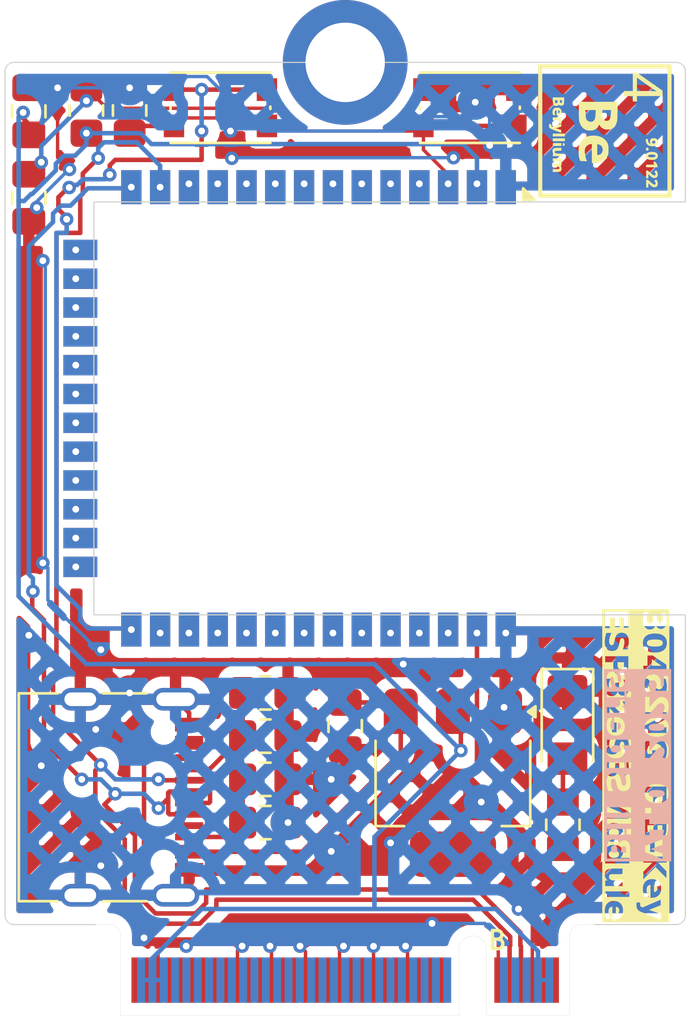
<source format=kicad_pcb>
(kicad_pcb (version 20241229) (generator "pcbnew") (generator_version "9.0")
  (title_block (title "3042 NGFF ESP32-S3 Module") (date "2025-03-16"))
  (layers (0 "F.Cu" signal) (2 "B.Cu" signal) (13 "F.Paste" user) (15 "B.Paste" user) (5 "F.SilkS" user "F.Silkscreen") (7 "B.SilkS" user "B.Silkscreen") (1 "F.Mask" user) (3 "B.Mask" user) (25 "Edge.Cuts" user))
  (net 0 "")
  (net 12 "D+")
  (net 13 "3V3")
  (net 17 "GND")
  (net 51 "D-")
  (net 54 "unconnected-(U1-IO47-Pad24)")
  (net 55 "Net-(D1-A)")
  (net 56 "unconnected-(U1-IO3-Pad15)")
  (net 57 "unconnected-(U1-IO21-Pad23)")
  (net 58 "unconnected-(U1-IO41-Pad34)")
  (net 59 "TX")
  (net 60 "unconnected-(U1-IO36-Pad29)")
  (net 61 "unconnected-(U1-IO16-Pad9)")
  (net 62 "unconnected-(U1-IO17-Pad10)")
  (net 63 "RX")
  (net 64 "unconnected-(U1-IO11-Pad19)")
  (net 65 "unconnected-(U1-IO42-Pad35)")
  (net 66 "unconnected-(U1-IO12-Pad20)")
  (net 67 "unconnected-(U1-IO14-Pad22)")
  (net 68 "unconnected-(U1-IO4-Pad4)")
  (net 69 "unconnected-(U1-IO48-Pad25)")
  (net 70 "unconnected-(U1-IO39-Pad32)")
  (net 71 "unconnected-(U1-IO35-Pad28)")
  (net 72 "unconnected-(U1-IO46-Pad16)")
  (net 73 "unconnected-(U1-IO9-Pad17)")
  (net 74 "unconnected-(U1-IO18-Pad11)")
  (net 75 "unconnected-(U1-IO7-Pad7)")
  (net 76 "unconnected-(U1-IO15-Pad8)")
  (net 77 "unconnected-(U1-IO10-Pad18)")
  (net 78 "unconnected-(U1-IO8-Pad12)")
  (net 79 "unconnected-(U1-IO45-Pad26)")
  (net 80 "unconnected-(U1-IO5-Pad5)")
  (net 81 "unconnected-(U1-IO37-Pad30)")
  (net 82 "unconnected-(U1-IO2-Pad38)")
  (net 83 "unconnected-(U1-IO6-Pad6)")
  (net 84 "unconnected-(U1-IO40-Pad33)")
  (net 85 "unconnected-(U1-IO13-Pad21)")
  (net 86 "unconnected-(U1-IO38-Pad31)")
  (net 87 "5V0")
  (net 88 "RST")
  (net 89 "Net-(J3-CC2)")
  (net 91 "Net-(J3-CC1)")
  (net 93 "Net-(R6-Pad2)")
  (net 94 "IO0")
  (net 95 "IO1")
  (footprint "LED_SMD:LED_1206_3216Metric_Pad1.42x1.75mm_HandSolder" (layer "F.Cu") (at 51.22 53.55 -90)
    (property "Reference" "D1" (hide yes))
    (property "Value" "LED" (hide yes))
  )
  (footprint "m2ngff:m2-padKeyB" (layer "F.Cu") (at 41.42 66.35)
    (property "Reference" "J1" (hide yes))
    (property "Value" "Bus_M.2_Socket_B" (hide yes))
    (fp_line (start -11 -4) (end -10.4 -4) (stroke (width 0.01)) (layer "Edge.Cuts"))
    (fp_line (start -9.9 0) (end -9.9 -3.5) (stroke (width 0.01)) (layer "Edge.Cuts"))
    (fp_line (start -9.9 0) (end 5.025 0) (stroke (width 0.01)) (layer "Edge.Cuts"))
    (fp_line (start 5.025 0) (end 5.025 -2.9) (stroke (width 0.01)) (layer "Edge.Cuts"))
    (fp_line (start 6.225 0) (end 6.225 -2.9) (stroke (width 0.01)) (layer "Edge.Cuts"))
    (fp_line (start 9.9 0) (end 6.225 0) (stroke (width 0.01)) (layer "Edge.Cuts"))
    (fp_line (start 9.9 0) (end 9.9 -3.5) (stroke (width 0.01)) (layer "Edge.Cuts"))
    (fp_line (start 11 -4) (end 10.4 -4) (stroke (width 0.01)) (layer "Edge.Cuts"))
    (fp_arc (start -10.4 -4) (mid -10.046447 -3.853553) (end -9.9 -3.5) (stroke (width 0.01)) (layer "Edge.Cuts"))
    (fp_arc (start 5.025 -2.9) (mid 5.625 -3.5) (end 6.225 -2.9) (stroke (width 0.01)) (layer "Edge.Cuts"))
    (fp_arc (start 9.9 -3.5) (mid 10.046447 -3.853553) (end 10.4 -4) (stroke (width 0.01)) (layer "Edge.Cuts"))
  )
  (footprint "RF_Module:ESP32-S3-WROOM-1" (layer "F.Cu") (at 43.24 39.6 -90)
    (property "Reference" "U1" (hide yes))
    (property "Value" "ESP32-S3-WROOM-1" (hide yes))
    (fp_line (start -9.1 12.9) (end 9.1 12.9) (stroke (width 0.05)) (layer "Edge.Cuts"))
    (fp_line (start 9.1 12.9) (end 9.1 -6.8) (stroke (width 0.05)) (layer "Edge.Cuts"))
    (fp_line (start -9.1 -6.6) (end -9.1 12.9) (stroke (width 0.05)) (layer "Edge.Cuts"))
    (fp_line (start -9.1 -6.6) (end -9.1 -6.8) (stroke (width 0.05)) (layer "Edge.Cuts"))
    (fp_line (start -9.1 -6.8) (end -9.1 -12.9) (stroke (width 0.05)) (layer "Edge.Cuts"))
    (fp_line (start 9.1 -12.9) (end 9.1 -6.8) (stroke (width 0.05)) (layer "Edge.Cuts"))
  )
  (footprint "Connector_USB:USB_C_Receptacle_G-Switch_GT-USB-7010ASV" (layer "F.Cu") (at 30.815 56.74 -90)
    (property "Reference" "J3" (hide yes))
    (property "Value" "USB_C_Receptacle_USB2.0" (hide yes))
  )
  (footprint "Resistor_SMD:R_0805_2012Metric_Pad1.20x1.40mm_HandSolder" (layer "F.Cu") (at 37.9 57.855)
    (property "Reference" "R3" (hide yes))
    (property "Value" "10k" (hide yes))
  )
  (footprint "Capacitor_SMD:C_0805_2012Metric_Pad1.18x1.45mm_HandSolder" (layer "F.Cu") (at 27.47 30.3175 -90)
    (property "Reference" "C3" (hide yes))
    (property "Value" "100nF" (hide yes))
  )
  (footprint "Resistor_SMD:R_0805_2012Metric_Pad1.20x1.40mm_HandSolder" (layer "F.Cu") (at 30.01 26.47 -90)
    (property "Reference" "R5" (hide yes))
    (property "Value" "100k" (hide yes))
  )
  (footprint "Resistor_SMD:R_0805_2012Metric_Pad1.20x1.40mm_HandSolder" (layer "F.Cu") (at 51.02 57.95 -90)
    (property "Reference" "R7" (hide yes))
    (property "Value" "470" (hide yes))
  )
  (footprint "Button_Switch_SMD:SW_Push_1P1T_NO_CK_KMR2" (layer "F.Cu") (at 35.92 26.35)
    (property "Reference" "SW2" (hide yes))
    (property "Value" "SW_Push" (hide yes))
  )
  (footprint "Capacitor_SMD:C_0805_2012Metric_Pad1.18x1.45mm_HandSolder" (layer "F.Cu") (at 41.42 53.6 -90)
    (property "Reference" "C1" (hide yes))
    (property "Value" "10uF" (hide yes))
  )
  (footprint "Resistor_SMD:R_0805_2012Metric_Pad1.20x1.40mm_HandSolder" (layer "F.Cu") (at 37.9 55.95)
    (property "Reference" "R4" (hide yes))
    (property "Value" "10k" (hide yes))
  )
  (footprint "m2ngff:m2-outer2230" (layer "F.Cu") (at 41.42 54.35)
    (property "Reference" "H1" (hide yes))
    (property "Value" "MountingHole" (hide yes))
  )
  (footprint "Capacitor_SMD:C_0805_2012Metric_Pad1.18x1.45mm_HandSolder" (layer "F.Cu") (at 27.47 26.5075 90)
    (property "Reference" "C2" (hide yes))
    (property "Value" "10uF" (hide yes))
  )
  (footprint "Resistor_SMD:R_0805_2012Metric_Pad1.20x1.40mm_HandSolder" (layer "F.Cu") (at 31.915 26.47 -90)
    (property "Reference" "R6" (hide yes))
    (property "Value" "470" (hide yes))
  )
  (footprint "Resistor_SMD:R_0805_2012Metric_Pad1.20x1.40mm_HandSolder" (layer "F.Cu") (at 37.9 54.045)
    (property "Reference" "R1" (hide yes))
    (property "Value" "10k" (hide yes))
  )
  (footprint "Resistor_SMD:R_0805_2012Metric_Pad1.20x1.40mm_HandSolder" (layer "F.Cu") (at 37.9 52.14)
    (property "Reference" "R2" (hide yes))
    (property "Value" "10k" (hide yes))
  )
  (footprint "Button_Switch_SMD:SW_Push_1P1T_NO_CK_KMR2" (layer "F.Cu") (at 46.92 26.35)
    (property "Reference" "SW1" (hide yes))
    (property "Value" "SW_Push" (hide yes))
  )
  (footprint "Package_TO_SOT_SMD:SOT-223" (layer "F.Cu") (at 46.17 56.1 -90)
    (property "Reference" "U2" (hide yes))
    (property "Value" "AMS1117" (hide yes))
  )
  (footprint "beryllium:beryllium_7" (layer "F.Cu") (at 52.87 27.375 -90)
    (property "Reference" "G***" (hide yes))
    (property "Value" "LOGO" (hide yes))
  )
  (gr_line (start 26.82 24.35) (end 30.42 24.35) (stroke (width 0.05)) (layer "Edge.Cuts"))
  (gr_line (start 30.42 62.35) (end 26.82 62.35) (stroke (width 0.05)) (layer "Edge.Cuts"))
  (gr_arc (start 56.42 61.95) (mid 56.302843 62.232843) (end 56.02 62.35) (stroke (width 0.05)) (layer "Edge.Cuts"))
  (gr_arc (start 56.02 24.35) (mid 56.302843 24.467157) (end 56.42 24.75) (stroke (width 0.05)) (layer "Edge.Cuts"))
  (gr_line (start 52.42 24.35) (end 30.42 24.35) (stroke (width 0.05)) (layer "Edge.Cuts"))
  (gr_line (start 56.02 24.35) (end 52.42 24.35) (stroke (width 0.05)) (layer "Edge.Cuts"))
  (gr_arc (start 26.42 24.75) (mid 26.537157 24.467157) (end 26.82 24.35) (stroke (width 0.05)) (layer "Edge.Cuts"))
  (gr_line (start 56.42 61.95) (end 56.42 48.7) (stroke (width 0.05)) (layer "Edge.Cuts"))
  (gr_line (start 52.42 62.35) (end 56.02 62.35) (stroke (width 0.05)) (layer "Edge.Cuts"))
  (gr_line (start 26.42 61.95) (end 26.42 24.75) (stroke (width 0.05)) (layer "Edge.Cuts"))
  (gr_line (start 56.42 24.75) (end 56.42 30.5) (stroke (width 0.05)) (layer "Edge.Cuts"))
  (gr_arc (start 26.82 62.35) (mid 26.537157 62.232843) (end 26.42 61.95) (stroke (width 0.05)) (layer "Edge.Cuts"))
  (gr_line (start 56.14 30.5) (end 56.42 30.5) (stroke (width 0.05)) (layer "Edge.Cuts"))
  (gr_line (start 56.14 48.7) (end 56.42 48.7) (stroke (width 0.05)) (layer "Edge.Cuts"))
  (gr_text "3042 NGFF B-Key\nESP32-S3 Module" (at 54.14 55.315 270) (layer "F.SilkS" knockout) (effects (font (size 1 1) (thickness 0.1))))
  (gr_text "v1.0  2025\nBill Sideris" (at 54.22 55.35 270) (layer "B.SilkS" knockout) (effects (font (size 1 1) (thickness 0.1)) (justify mirror)))
  (segment (start 47.248198 60.805) (end 35.291 60.805) (width 0.2) (layer "F.Cu") (net 12))
  (segment (start 27.621 48.415) (end 28.138 48.932) (width 0.2) (layer "F.Cu") (net 12))
  (segment (start 27.652265 47.663735) (end 27.621 47.695) (width 0.2) (layer "F.Cu") (net 12))
  (segment (start 49.145 62.701802) (end 47.248198 60.805) (width 0.2) (layer "F.Cu") (net 12))
  (segment (start 49.145 63.274999) (end 49.145 62.701802) (width 0.2) (layer "F.Cu") (net 12))
  (segment (start 35.291 61.391785) (end 34.821785 61.861) (width 0.2) (layer "F.Cu") (net 12))
  (segment (start 31.28 56.585) (end 30.804099 57.060901) (width 0.2) (layer "F.Cu") (net 12))
  (segment (start 49.17 64.8) (end 49.17 63.299999) (width 0.2) (layer "F.Cu") (net 12))
  (segment (start 33.619 56.539) (end 33.619 56.786) (width 0.2) (layer "F.Cu") (net 12))
  (segment (start 28.138 48.932) (end 28.138 54.284901) (width 0.2) (layer "F.Cu") (net 12))
  (segment (start 33.668 57.49) (end 34.54 57.49) (width 0.2) (layer "F.Cu") (net 12))
  (segment (start 32.149 58.405802) (end 30.804099 57.060901) (width 0.2) (layer "F.Cu") (net 12))
  (segment (start 28.138 54.284901) (end 29.803099 55.95) (width 0.2) (layer "F.Cu") (net 12))
  (segment (start 27.621 47.695) (end 27.621 48.415) (width 0.2) (layer "F.Cu") (net 12))
  (segment (start 33.619 57.441) (end 33.668 57.49) (width 0.2) (layer "F.Cu") (net 12))
  (segment (start 34.54 56.49) (end 33.668 56.49) (width 0.2) (layer "F.Cu") (net 12))
  (segment (start 33.619 56.539) (end 33.619 57.441) (width 0.2) (layer "F.Cu") (net 12))
  (segment (start 33.619 56.786) (end 33.185 57.22) (width 0.2) (layer "F.Cu") (net 12))
  (segment (start 32.149 60.951785) (end 32.149 58.405802) (width 0.2) (layer "F.Cu") (net 12))
  (segment (start 33.668 56.49) (end 33.619 56.539) (width 0.2) (layer "F.Cu") (net 12))
  (segment (start 35.291 60.805) (end 35.291 61.391785) (width 0.2) (layer "F.Cu") (net 12))
  (segment (start 34.821785 61.861) (end 33.058215 61.861) (width 0.2) (layer "F.Cu") (net 12))
  (segment (start 49.17 63.299999) (end 49.145 63.274999) (width 0.2) (layer "F.Cu") (net 12))
  (segment (start 33.058215 61.861) (end 32.149 60.951785) (width 0.2) (layer "F.Cu") (net 12))
  (via (at 33.185 57.22) (size 0.6) (drill 0.3) (layers "F.Cu" "B.Cu") (net 12))
  (via (at 27.652265 47.663735) (size 0.6) (drill 0.3) (layers "F.Cu" "B.Cu") (net 12))
  (via (at 31.28 56.585) (size 0.6) (drill 0.3) (layers "F.Cu" "B.Cu") (net 12))
  (via (at 31.99 29.85) (size 0.6) (drill 0.3) (layers "F.Cu" "B.Cu") (net 12))
  (via (at 29.803099 55.95) (size 0.6) (drill 0.3) (layers "F.Cu" "B.Cu") (net 12))
  (segment (start 27.652265 47.091265) (end 27.47 46.909) (width 0.2) (layer "B.Cu") (net 12))
  (segment (start 29.308942 30.663001) (end 30.072943 29.899) (width 0.2) (layer "B.Cu") (net 12))
  (segment (start 27.47 46.909) (end 27.47 32.455) (width 0.2) (layer "B.Cu") (net 12))
  (segment (start 28.538 31.387) (end 28.538 31.015058) (width 0.2) (layer "B.Cu") (net 12))
  (segment (start 31.941 29.899) (end 31.99 29.85) (width 0.2) (layer "B.Cu") (net 12))
  (segment (start 27.47 32.455) (end 28.538 31.387) (width 0.2) (layer "B.Cu") (net 12))
  (segment (start 30.645 55.95) (end 31.28 56.585) (width 0.2) (layer "B.Cu") (net 12))
  (segment (start 27.652265 47.663735) (end 27.652265 47.091265) (width 0.2) (layer "B.Cu") (net 12))
  (segment (start 32.55 56.585) (end 31.28 56.585) (width 0.2) (layer "B.Cu") (net 12))
  (segment (start 28.538 31.015058) (end 28.890057 30.663001) (width 0.2) (layer "B.Cu") (net 12))
  (segment (start 30.072943 29.899) (end 31.941 29.899) (width 0.2) (layer "B.Cu") (net 12))
  (segment (start 33.185 57.22) (end 32.55 56.585) (width 0.2) (layer "B.Cu") (net 12))
  (segment (start 29.803099 55.95) (end 30.645 55.95) (width 0.2) (layer "B.Cu") (net 12))
  (segment (start 28.890057 30.663001) (end 29.308942 30.663001) (width 0.2) (layer "B.Cu") (net 12))
  (segment (start 46.52 53.300001) (end 46.17 52.950001) (width 0.2) (layer "F.Cu") (net 13))
  (segment (start 47.23 29.7) (end 47.23 29.85) (width 0.2) (layer "F.Cu") (net 13))
  (segment (start 46.52 54.68) (end 46.52 53.300001) (width 0.2) (layer "F.Cu") (net 13))
  (segment (start 27.22 26.5575) (end 27.22 26.816098) (width 0.2) (layer "F.Cu") (net 13))
  (segment (start 27.47 27.066098) (end 27.47 27.545) (width 0.2) (layer "F.Cu") (net 13))
  (segment (start 27.22 26.816098) (end 27.47 27.066098) (width 0.2) (layer "F.Cu") (net 13))
  (via (at 30.01 27.47) (size 0.6) (drill 0.3) (layers "F.Cu" "B.Cu") (net 13))
  (via (at 27.22 26.5575) (size 0.6) (drill 0.3) (layers "F.Cu" "B.Cu") (net 13))
  (via (at 46.52 54.68) (size 0.6) (drill 0.3) (layers "F.Cu" "B.Cu") (net 13))
  (via (at 47.23 29.7) (size 0.6) (drill 0.3) (layers "F.Cu" "B.Cu") (net 13))
  (segment (start 34.815057 27.95) (end 32.8771 27.95) (width 0.2) (layer "B.Cu") (net 13))
  (segment (start 46.62 27.95) (end 36.634943 27.95) (width 0.2) (layer "B.Cu") (net 13))
  (segment (start 32.8771 27.95) (end 32.3971 27.47) (width 0.2) (layer "B.Cu") (net 13))
  (segment (start 47.23 29.7) (end 47.23 28.56) (width 0.2) (layer "B.Cu") (net 13))
  (segment (start 49.92 64.8) (end 50.42 64.8) (width 0.2) (layer "B.Cu") (net 13))
  (segment (start 47.23 29.7) (end 47.23 29.85) (width 0.2) (layer "B.Cu") (net 13))
  (segment (start 27.622112 30.149) (end 27.664256 30.106856) (width 0.2) (layer "B.Cu") (net 13))
  (segment (start 36.111057 27.976) (end 36.085057 27.95) (width 0.2) (layer "B.Cu") (net 13))
  (segment (start 32.92 64.8) (end 32.42 64.8) (width 0.2) (layer "B.Cu") (net 13))
  (segment (start 28.661548 29.109564) (end 28.661548 28.817039) (width 0.2) (layer "B.Cu") (net 13))
  (segment (start 36.608943 27.976) (end 36.111057 27.976) (width 0.2) (layer "B.Cu") (net 13))
  (segment (start 36.085057 27.95) (end 35.364943 27.95) (width 0.2) (layer "B.Cu") (net 13))
  (segment (start 27.021 30.459) (end 27.261057 30.459) (width 0.2) (layer "B.Cu") (net 13))
  (segment (start 29.013605 28.464982) (end 29.505018 28.464982) (width 0.2) (layer "B.Cu") (net 13))
  (segment (start 47.23 28.56) (end 46.62 27.95) (width 0.2) (layer "B.Cu") (net 13))
  (segment (start 35.09 61.665) (end 32.92 63.835) (width 0.2) (layer "B.Cu") (net 13))
  (segment (start 27.021 26.7565) (end 27.021 30.459) (width 0.2) (layer "B.Cu") (net 13))
  (segment (start 27.021 30.459) (end 27.021 47.881) (width 0.2) (layer "B.Cu") (net 13))
  (segment (start 49.92 63.523) (end 48.062 61.665) (width 0.2) (layer "B.Cu") (net 13))
  (segment (start 36.634943 27.95) (end 36.608943 27.976) (width 0.2) (layer "B.Cu") (net 13))
  (segment (start 34.841057 27.976) (end 34.815057 27.95) (width 0.2) (layer "B.Cu") (net 13))
  (segment (start 27.261057 30.459) (end 27.571057 30.149) (width 0.2) (layer "B.Cu") (net 13))
  (segment (start 27.021 47.881) (end 30.01 50.87) (width 0.2) (layer "B.Cu") (net 13))
  (segment (start 42.71 61.665) (end 35.09 61.665) (width 0.2) (layer "B.Cu") (net 13))
  (segment (start 35.338943 27.976) (end 34.841057 27.976) (width 0.2) (layer "B.Cu") (net 13))
  (segment (start 42.71 58.49) (end 46.52 54.68) (width 0.2) (layer "B.Cu") (net 13))
  (segment (start 48.062 61.665) (end 42.71 61.665) (width 0.2) (layer "B.Cu") (net 13))
  (segment (start 32.3971 27.47) (end 30.01 27.47) (width 0.2) (layer "B.Cu") (net 13))
  (segment (start 49.92 64.8) (end 49.92 63.523) (width 0.2) (layer "B.Cu") (net 13))
  (segment (start 27.22 26.5575) (end 27.021 26.7565) (width 0.2) (layer "B.Cu") (net 13))
  (segment (start 27.664256 30.106856) (end 28.661548 29.109564) (width 0.2) (layer "B.Cu") (net 13))
  (segment (start 30.01 50.87) (end 42.71 50.87) (width 0.2) (layer "B.Cu") (net 13))
  (segment (start 29.505018 28.464982) (end 30.01 27.96) (width 0.2) (layer "B.Cu") (net 13))
  (segment (start 35.364943 27.95) (end 35.338943 27.976) (width 0.2) (layer "B.Cu") (net 13))
  (segment (start 42.71 61.665) (end 42.71 58.49) (width 0.2) (layer "B.Cu") (net 13))
  (segment (start 32.92 63.835) (end 32.92 64.8) (width 0.2) (layer "B.Cu") (net 13))
  (segment (start 32.92 64.8) (end 33.42 64.8) (width 0.2) (layer "B.Cu") (net 13))
  (segment (start 28.661548 28.817039) (end 29.013605 28.464982) (width 0.2) (layer "B.Cu") (net 13))
  (segment (start 27.571057 30.149) (end 27.622112 30.149) (width 0.2) (layer "B.Cu") (net 13))
  (segment (start 42.71 50.87) (end 46.52 54.68) (width 0.2) (layer "B.Cu") (net 13))
  (segment (start 30.01 27.96) (end 30.01 27.47) (width 0.2) (layer "B.Cu") (net 13))
  (segment (start 44.95 25.47) (end 44.87 25.55) (width 0.15) (layer "F.Cu") (net 17))
  (segment (start 39.67 63.54108) (end 39.428918 63.299998) (width 0.15) (layer "F.Cu") (net 17))
  (segment (start 38.17 63.365244) (end 38.104852 63.300096) (width 0.15) (layer "F.Cu") (net 17))
  (segment (start 41.17 63.475784) (end 41.345786 63.299998) (width 0.15) (layer "F.Cu") (net 17))
  (segment (start 47.79 28.01) (end 46.735735 28.01) (width 0.15) (layer "F.Cu") (net 17))
  (segment (start 33.17 64.8) (end 32.67 64.8) (width 0.15) (layer "F.Cu") (net 17))
  (segment (start 46.735735 28.01) (end 46.195735 28.55) (width 0.15) (layer "F.Cu") (net 17))
  (segment (start 34.54 59.94) (end 34.54 60.46) (width 0.2) (layer "F.Cu") (net 17))
  (segment (start 50.17 64.8) (end 49.67 64.8) (width 0.15) (layer "F.Cu") (net 17))
  (segment (start 44.17 64.8) (end 44.17 63.386233) (width 0.15) (layer "F.Cu") (net 17))
  (segment (start 34.54 60.46) (end 33.94 61.06) (width 0.2) (layer "F.Cu") (net 17))
  (segment (start 27.47 32.471001) (end 28.088999 33.09) (width 0.15) (layer "F.Cu") (net 17))
  (segment (start 41.17 64.8) (end 41.17 63.475784) (width 0.15) (layer "F.Cu") (net 17))
  (segment (start 48.17 64.8) (end 48.17 62.9) (width 0.15) (layer "F.Cu") (net 17))
  (segment (start 44.17 63.386233) (end 44.083765 63.299998) (width 0.15) (layer "F.Cu") (net 17))
  (segment (start 33.17 64.8) (end 33.17 63.573) (width 0.15) (layer "F.Cu") (net 17))
  (segment (start 28.74 25.47) (end 28.74 28.543434) (width 0.15) (layer "F.Cu") (net 17))
  (segment (start 36.67 64.8) (end 36.67 63.507031) (width 0.15) (layer "F.Cu") (net 17))
  (segment (start 48.47 52.82) (end 48.425 52.775) (width 0.15) (layer "F.Cu") (net 17))
  (segment (start 27.47 25.47) (end 28.74 25.47) (width 0.15) (layer "F.Cu") (net 17))
  (segment (start 34.54 53.54) (end 34.54 53.02) (width 0.2) (layer "F.Cu") (net 17))
  (segment (start 33.94 52.42) (end 32.195 52.42) (width 0.2) (layer "F.Cu") (net 17))
  (segment (start 32.195 52.42) (end 31.915 52.14) (width 0.2) (layer "F.Cu") (net 17))
  (segment (start 33.17 63.573) (end 33.443002 63.299998) (width 0.15) (layer "F.Cu") (net 17))
  (segment (start 47.57 62.3) (end 45.25 62.3) (width 0.15) (layer "F.Cu") (net 17))
  (segment (start 48.47 52.95) (end 48.47 52.82) (width 0.15) (layer "F.Cu") (net 17))
  (segment (start 39.67 64.8) (end 39.67 63.54108) (width 0.15) (layer "F.Cu") (net 17))
  (segment (start 36.42 27.435) (end 36.36 27.375) (width 0.15) (layer "F.Cu") (net 17))
  (segment (start 27.82 30.75) (end 27.82 30.533119) (width 0.15) (layer "F.Cu") (net 17))
  (segment (start 49.67 64.8) (end 49.67 62.275) (width 0.15) (layer "F.Cu") (net 17))
  (segment (start 36.67 63.507031) (end 36.877033 63.299998) (width 0.15) (layer "F.Cu") (net 17))
  (segment (start 27.47 31.355) (end 27.47 32.471001) (width 0.15) (layer "F.Cu") (net 17))
  (segment (start 28.74 28.543434) (end 29.262548 29.065982) (width 0.15) (layer "F.Cu") (net 17))
  (segment (start 27.47 31.355) (end 27.47 31.1) (width 0.15) (layer "F.Cu") (net 17))
  (segment (start 48.17 62.9) (end 47.57 62.3) (width 0.15) (layer "F.Cu") (net 17))
  (segment (start 42.67 63.305835) (end 42.669789 63.305624) (width 0.15) (layer "F.Cu") (net 17))
  (segment (start 38.17 64.8) (end 38.17 63.365244) (width 0.15) (layer "F.Cu") (net 17))
  (segment (start 36.42 28.576) (end 36.42 27.435) (width 0.15) (layer "F.Cu") (net 17))
  (segment (start 27.47 31.1) (end 27.82 30.75) (width 0.15) (layer "F.Cu") (net 17))
  (segment (start 42.67 64.8) (end 42.67 63.305835) (width 0.15) (layer "F.Cu") (net 17))
  (segment (start 49.67 62.275) (end 49.06 61.665) (width 0.15) (layer "F.Cu") (net 17))
  (segment (start 34.54 53.02) (end 33.94 52.42) (width 0.2) (layer "F.Cu") (net 17))
  (segment (start 44.17 64.8) (end 44.121 64.751) (width 0.15) (layer "F.Cu") (net 17))
  (segment (start 33.443002 63.299998) (end 34.409329 63.299998) (width 0.15) (layer "F.Cu") (net 17))
  (via (at 36.877033 63.299998) (size 0.6) (drill 0.3) (layers "F.Cu" "B.Cu") (net 17))
  (via (at 28.02 55.35) (size 0.6) (drill 0.3) (layers "F.Cu" "B.Cu") (net 17))
  (via (at 44.083765 63.299998) (size 0.6) (drill 0.3) (layers "F.Cu" "B.Cu") (net 17))
  (via (at 47.79 28.01) (size 0.6) (drill 0.3) (layers "F.Cu" "B.Cu") (net 17))
  (via (at 43.98 50.87) (size 0.6) (drill 0.3) (layers "F.Cu" "B.Cu") (net 17))
  (via (at 47.42 56.95) (size 0.6) (drill 0.3) (layers "F.Cu" "B.Cu") (net 17))
  (via (at 30.645 59.76) (size 0.6) (drill 0.3) (layers "F.Cu" "B.Cu") (net 17))
  (via (at 28.74 25.47) (size 0.6) (drill 0.3) (layers "F.Cu" "B.Cu") (net 17))
  (via (at 29.262548 29.065982) (size 0.6) (drill 0.3) (layers "F.Cu" "B.Cu") (net 17))
  (via (at 48.5 49.5) (size 0.6) (drill 0.3) (layers "F.Cu" "B.Cu") (net 17))
  (via (at 27.82 30.75) (size 0.6) (drill 0.3) (layers "F.Cu" "B.Cu") (net 17))
  (via (at 36.36 27.375) (size 0.6) (drill 0.3) (layers "F.Cu" "B.Cu") (net 17))
  (via (at 38.9 57.855) (size 0.6) (drill 0.3) (layers "F.Cu" "B.Cu") (net 17))
  (via (at 28.088999 33.09) (size 0.6) (drill 0.3) (layers "F.Cu" "B.Cu") (net 17))
  (via (at 30.645 50.235) (size 0.6) (drill 0.3) (layers "F.Cu" "B.Cu") (net 17))
  (via (at 31.915 25.47) (size 0.6) (drill 0.3) (layers "F.Cu" "B.Cu") (net 17))
  (via (at 28.089 46.411173) (size 0.6) (drill 0.3) (layers "F.Cu" "B.Cu") (net 17))
  (via (at 34.409329 63.299998) (size 0.6) (drill 0.3) (layers "F.Cu" "B.Cu") (net 17))
  (via (at 47.155 26.105) (size 0.6) (drill 0.3) (layers "F.Cu" "B.Cu") (net 17))
  (via (at 46.195735 28.55) (size 0.6) (drill 0.3) (layers "F.Cu" "B.Cu") (net 17))
  (via (at 45.25 62.3) (size 0.6) (drill 0.3) (layers "F.Cu" "B.Cu") (net 17))
  (via (at 38.104852 63.300096) (size 0.6) (drill 0.3) (layers "F.Cu" "B.Cu") (net 17))
  (via (at 39.428918 63.299998) (size 0.6) (drill 0.3) (layers "F.Cu" "B.Cu") (net 17))
  (via (at 32.55 62.935) (size 0.6) (drill 0.3) (layers "F.Cu" "B.Cu") (net 17))
  (via (at 40.805 55.95) (size 0.6) (drill 0.3) (layers "F.Cu" "B.Cu") (net 17))
  (via (at 36.42 28.576) (size 0.6) (drill 0.3) (layers "F.Cu" "B.Cu") (net 17))
  (via (at 42.669789 63.305624) (size 0.6) (drill 0.3) (layers "F.Cu" "B.Cu") (net 17))
  (via (at 31.915 52.14) (size 0.6) (drill 0.3) (layers "F.Cu" "B.Cu") (net 17))
  (via (at 43.42 58.75) (size 0.6) (drill 0.3) (layers "F.Cu" "B.Cu") (net 17))
  (via (at 48.425 52.775) (size 0.6) (drill 0.3) (layers "F.Cu" "B.Cu") (net 17))
  (via (at 40.805 59.125) (size 0.6) (drill 0.3) (layers "F.Cu" "B.Cu") (net 17))
  (via (at 49.06 61.665) (size 0.6) (drill 0.3) (layers "F.Cu" "B.Cu") (net 17))
  (via (at 41.345786 63.299998) (size 0.6) (drill 0.3) (layers "F.Cu" "B.Cu") (net 17))
  (via (at 30.42 53.75) (size 0.6) (drill 0.3) (layers "F.Cu" "B.Cu") (net 17))
  (via (at 27.47 49.6) (size 0.6) (drill 0.3) (layers "F.Cu" "B.Cu") (net 17))
  (segment (start 48.5 29.85) (end 48.5 28.72) (width 0.15) (layer "B.Cu") (net 17))
  (segment (start 31.915 25.47) (end 32.411 24.974) (width 0.15) (layer "B.Cu") (net 17))
  (segment (start 27.82 30.75) (end 27.82 30.482856) (width 0.15) (layer "B.Cu") (net 17))
  (segment (start 28.313 48.054686) (end 30.493314 50.235) (width 0.15) (layer "B.Cu") (net 17))
  (segment (start 47.573899 62.3) (end 47.821427 62.547528) (width 0.15) (layer "B.Cu") (net 17))
  (segment (start 47.79 28.01) (end 47.79 26.74) (width 0.15) (layer "B.Cu") (net 17))
  (segment (start 28.089 46.411173) (end 28.313 46.635173) (width 0.15) (layer "B.Cu") (net 17))
  (segment (start 28.088999 33.09) (end 28.197 33.198001) (width 0.15) (layer "B.Cu") (net 17))
  (segment (start 46.195735 28.55) (end 36.446 28.55) (width 0.15) (layer "B.Cu") (net 17))
  (segment (start 44.615 26.74) (end 46.52 26.74) (width 0.15) (layer "B.Cu") (net 17))
  (segment (start 28.313 46.635173) (end 28.313 48.054686) (width 0.15) (layer "B.Cu") (net 17))
  (segment (start 28.74 25.47) (end 31.915 25.47) (width 0.15) (layer "B.Cu") (net 17))
  (segment (start 36.446 28.55) (end 36.42 28.576) (width 0.15) (layer "B.Cu") (net 17))
  (segment (start 46.52 26.74) (end 47.155 26.105) (width 0.15) (layer "B.Cu") (net 17))
  (segment (start 45.25 62.3) (end 47.573899 62.3) (width 0.15) (layer "B.Cu") (net 17))
  (segment (start 48.5 28.72) (end 47.79 28.01) (width 0.15) (layer "B.Cu") (net 17))
  (segment (start 35.328588 24.974) (end 37.730588 27.376) (width 0.15) (layer "B.Cu") (net 17))
  (segment (start 30.493314 50.235) (end 30.645 50.235) (width 0.15) (layer "B.Cu") (net 17))
  (segment (start 28.197 46.303173) (end 28.089 46.411173) (width 0.15) (layer "B.Cu") (net 17))
  (segment (start 32.411 24.974) (end 35.328588 24.974) (width 0.15) (layer "B.Cu") (net 17))
  (segment (start 33.94 61.06) (end 29.74 61.06) (width 0.15) (layer "B.Cu") (net 17))
  (segment (start 29.236874 29.065982) (end 29.262548 29.065982) (width 0.15) (layer "B.Cu") (net 17))
  (segment (start 37.730588 27.376) (end 43.979 27.376) (width 0.15) (layer "B.Cu") (net 17))
  (segment (start 27.82 30.482856) (end 29.236874 29.065982) (width 0.15) (layer "B.Cu") (net 17))
  (segment (start 43.979 27.376) (end 44.615 26.74) (width 0.15) (layer "B.Cu") (net 17))
  (segment (start 28.197 33.198001) (end 28.197 46.303173) (width 0.15) (layer "B.Cu") (net 17))
  (segment (start 47.79 26.74) (end 47.155 26.105) (width 0.15) (layer "B.Cu") (net 17))
  (segment (start 34.54 55.99) (end 35.412 55.99) (width 0.2) (layer "F.Cu") (net 51))
  (segment (start 28.689 51.407495) (end 28.539 51.557495) (width 0.2) (layer "F.Cu") (net 51))
  (segment (start 28.539 53.209) (end 30.645 55.315) (width 0.2) (layer "F.Cu") (net 51))
  (segment (start 30.403099 55.556901) (end 30.403099 57.296297) (width 0.2) (layer "F.Cu") (net 51))
  (segment (start 28.689 43.294) (end 28.688999 43.526) (width 0.2) (layer "F.Cu") (net 51))
  (segment (start 29.851538 30.13852) (end 29.739 30.251058) (width 0.2) (layer "F.Cu") (net 51))
  (segment (start 30.530653 28.567876) (end 29.851538 29.246991) (width 0.2) (layer "F.Cu") (net 51))
  (segment (start 35.412 56.99) (end 34.54 56.99) (width 0.2) (layer "F.Cu") (net 51))
  (segment (start 35.74098 61.578173) (end 35.74098 61.255) (width 0.2) (layer "F.Cu") (net 51))
  (segment (start 34.54 55.99) (end 33.225 55.99) (width 0.2) (layer "F.Cu") (net 51))
  (segment (start 35.461 56.039) (end 35.461 56.941) (width 0.2) (layer "F.Cu") (net 51))
  (segment (start 28.689 43.526) (end 28.689 51.407495) (width 0.2) (layer "F.Cu") (net 51))
  (segment (start 35.412 55.99) (end 35.461 56.039) (width 0.2) (layer "F.Cu") (net 51))
  (segment (start 28.689 31.864001) (end 28.688999 37.176) (width 0.2) (layer "F.Cu") (net 51))
  (segment (start 30.403099 57.296297) (end 31.69902 58.592218) (width 0.2) (layer "F.Cu") (net 51))
  (segment (start 29.739 31.864001) (end 28.689 31.864001) (width 0.2) (layer "F.Cu") (net 51))
  (segment (start 48.67 63.299999) (end 48.67 64.8) (width 0.2) (layer "F.Cu") (net 51))
  (segment (start 30.645 55.315) (end 30.403099 55.556901) (width 0.2) (layer "F.Cu") (net 51))
  (segment (start 47.061802 61.255) (end 48.695 62.888198) (width 0.2) (layer "F.Cu") (net 51))
  (segment (start 29.851538 29.246991) (end 29.851538 30.13852) (width 0.2) (layer "F.Cu") (net 51))
  (segment (start 28.539 51.557495) (end 28.539 53.209) (width 0.2) (layer "F.Cu") (net 51))
  (segment (start 48.695 62.888198) (end 48.695 63.274999) (width 0.2) (layer "F.Cu") (net 51))
  (segment (start 35.008173 62.31098) (end 35.74098 61.578173) (width 0.2) (layer "F.Cu") (net 51))
  (segment (start 28.689 39.716) (end 28.688999 42.024) (width 0.2) (layer "F.Cu") (net 51))
  (segment (start 35.74098 61.255) (end 47.061802 61.255) (width 0.2) (layer "F.Cu") (net 51))
  (segment (start 29.739 30.251058) (end 29.739 31.864001) (width 0.2) (layer "F.Cu") (net 51))
  (segment (start 28.688999 37.176) (end 28.689 39.716) (width 0.2) (layer "F.Cu") (net 51))
  (segment (start 31.69902 61.138173) (end 32.871827 62.31098) (width 0.2) (layer "F.Cu") (net 51))
  (segment (start 48.695 63.274999) (end 48.67 63.299999) (width 0.2) (layer "F.Cu") (net 51))
  (segment (start 33.225 55.99) (end 33.185 55.95) (width 0.2) (layer "F.Cu") (net 51))
  (segment (start 31.69902 58.592218) (end 31.69902 61.138173) (width 0.2) (layer "F.Cu") (net 51))
  (segment (start 35.461 56.941) (end 35.412 56.99) (width 0.2) (layer "F.Cu") (net 51))
  (segment (start 32.871827 62.31098) (end 35.008173 62.31098) (width 0.2) (layer "F.Cu") (net 51))
  (segment (start 28.688999 42.024) (end 28.689 43.294) (width 0.2) (layer "F.Cu") (net 51))
  (segment (start 28.688999 43.526) (end 28.689 43.526) (width 0.2) (layer "F.Cu") (net 51))
  (via (at 33.185 55.95) (size 0.6) (drill 0.3) (layers "F.Cu" "B.Cu") (net 51))
  (via (at 33.26 29.85) (size 0.6) (drill 0.3) (layers "F.Cu" "B.Cu") (net 51))
  (via (at 30.645 55.315) (size 0.6) (drill 0.3) (layers "F.Cu" "B.Cu") (net 51))
  (via (at 30.530653 28.567876) (size 0.6) (drill 0.3) (layers "F.Cu" "B.Cu") (net 51))
  (segment (start 33.26 28.9) (end 33.26 29.85) (width 0.2) (layer "B.Cu") (net 51))
  (segment (start 30.530653 28.567876) (end 30.530653 28.124347) (width 0.2) (layer "B.Cu") (net 51))
  (segment (start 30.784 27.871) (end 32.231 27.871) (width 0.2) (layer "B.Cu") (net 51))
  (segment (start 31.28 55.95) (end 30.645 55.315) (width 0.2) (layer "B.Cu") (net 51))
  (segment (start 30.530653 28.124347) (end 30.784 27.871) (width 0.2) (layer "B.Cu") (net 51))
  (segment (start 33.185 55.95) (end 31.28 55.95) (width 0.2) (layer "B.Cu") (net 51))
  (segment (start 32.231 27.871) (end 33.26 28.9) (width 0.2) (layer "B.Cu") (net 51))
  (segment (start 29.74 44.045) (end 29.54 44.045) (width 0.15) (layer "F.Cu") (net 54))
  (via (at 29.54 44.045) (size 0.6) (drill 0.3) (layers "F.Cu" "B.Cu") (net 54))
  (segment (start 51.02 55.2375) (end 51.22 55.0375) (width 0.2) (layer "F.Cu") (net 55))
  (segment (start 51.02 56.95) (end 51.02 55.2375) (width 0.2) (layer "F.Cu") (net 55))
  (segment (start 29.74 32.615001) (end 29.54 32.615001) (width 0.15) (layer "F.Cu") (net 56))
  (via (at 29.54 32.615001) (size 0.6) (drill 0.3) (layers "F.Cu" "B.Cu") (net 56))
  (segment (start 29.739999 42.775) (end 29.54 42.775) (width 0.15) (layer "F.Cu") (net 57))
  (via (at 29.54 42.775) (size 0.6) (drill 0.3) (layers "F.Cu" "B.Cu") (net 57))
  (segment (start 40.88 49.35) (end 40.88 49.5) (width 0.15) (layer "F.Cu") (net 58))
  (via (at 40.88 49.5) (size 0.6) (drill 0.3) (layers "F.Cu" "B.Cu") (net 58))
  (segment (start 44.69 49.35) (end 44.69 49.5) (width 0.15) (layer "F.Cu") (net 59))
  (via (at 44.69 49.5) (size 0.6) (drill 0.3) (layers "F.Cu" "B.Cu") (net 59))
  (segment (start 34.53 49.35) (end 34.53 49.5) (width 0.15) (layer "F.Cu") (net 60))
  (via (at 34.53 49.5) (size 0.6) (drill 0.3) (layers "F.Cu" "B.Cu") (net 60))
  (segment (start 38.34 29.85) (end 38.34 29.7) (width 0.15) (layer "F.Cu") (net 61))
  (via (at 38.34 29.7) (size 0.6) (drill 0.3) (layers "F.Cu" "B.Cu") (net 61))
  (segment (start 37.07 29.85) (end 37.07 29.7) (width 0.15) (layer "F.Cu") (net 62))
  (via (at 37.07 29.7) (size 0.6) (drill 0.3) (layers "F.Cu" "B.Cu") (net 62))
  (segment (start 43.42 49.35) (end 43.42 49.5) (width 0.15) (layer "F.Cu") (net 63))
  (via (at 43.42 49.5) (size 0.6) (drill 0.3) (layers "F.Cu" "B.Cu") (net 63))
  (segment (start 29.74 37.695) (end 29.54 37.695) (width 0.15) (layer "F.Cu") (net 64))
  (via (at 29.54 37.695) (size 0.6) (drill 0.3) (layers "F.Cu" "B.Cu") (net 64))
  (segment (start 42.15 49.350001) (end 42.15 49.5) (width 0.15) (layer "F.Cu") (net 65))
  (via (at 42.15 49.5) (size 0.6) (drill 0.3) (layers "F.Cu" "B.Cu") (net 65))
  (segment (start 29.74 38.965) (end 29.54 38.965) (width 0.15) (layer "F.Cu") (net 66))
  (via (at 29.54 38.965) (size 0.6) (drill 0.3) (layers "F.Cu" "B.Cu") (net 66))
  (segment (start 29.74 41.505) (end 29.54 41.505) (width 0.15) (layer "F.Cu") (net 67))
  (via (at 29.54 41.505) (size 0.6) (drill 0.3) (layers "F.Cu" "B.Cu") (net 67))
  (segment (start 44.69 29.85) (end 44.69 29.7) (width 0.15) (layer "F.Cu") (net 68))
  (via (at 44.69 29.7) (size 0.6) (drill 0.3) (layers "F.Cu" "B.Cu") (net 68))
  (segment (start 29.74 45.315) (end 29.54 45.315) (width 0.15) (layer "F.Cu") (net 69))
  (via (at 29.54 45.315) (size 0.6) (drill 0.3) (layers "F.Cu" "B.Cu") (net 69))
  (segment (start 38.34 49.35) (end 38.34 49.5) (width 0.15) (layer "F.Cu") (net 70))
  (via (at 38.34 49.5) (size 0.6) (drill 0.3) (layers "F.Cu" "B.Cu") (net 70))
  (segment (start 33.26 49.35) (end 33.26 49.5) (width 0.15) (layer "F.Cu") (net 71))
  (via (at 33.26 49.5) (size 0.6) (drill 0.3) (layers "F.Cu" "B.Cu") (net 71))
  (segment (start 29.74 33.885) (end 29.54 33.885) (width 0.15) (layer "F.Cu") (net 72))
  (via (at 29.54 33.885) (size 0.6) (drill 0.3) (layers "F.Cu" "B.Cu") (net 72))
  (segment (start 29.74 35.155) (end 29.54 35.155) (width 0.15) (layer "F.Cu") (net 73))
  (via (at 29.54 35.155) (size 0.6) (drill 0.3) (layers "F.Cu" "B.Cu") (net 73))
  (segment (start 35.8 29.849999) (end 35.8 29.7) (width 0.15) (layer "F.Cu") (net 74))
  (via (at 35.8 29.7) (size 0.6) (drill 0.3) (layers "F.Cu" "B.Cu") (net 74))
  (segment (start 40.88 29.85) (end 40.88 29.7) (width 0.15) (layer "F.Cu") (net 75))
  (via (at 40.88 29.7) (size 0.6) (drill 0.3) (layers "F.Cu" "B.Cu") (net 75))
  (segment (start 39.61 29.849999) (end 39.61 29.7) (width 0.15) (layer "F.Cu") (net 76))
  (via (at 39.61 29.7) (size 0.6) (drill 0.3) (layers "F.Cu" "B.Cu") (net 76))
  (segment (start 29.739999 36.425) (end 29.54 36.425) (width 0.15) (layer "F.Cu") (net 77))
  (via (at 29.54 36.425) (size 0.6) (drill 0.3) (layers "F.Cu" "B.Cu") (net 77))
  (segment (start 34.53 29.85) (end 34.53 29.7) (width 0.15) (layer "F.Cu") (net 78))
  (via (at 34.53 29.7) (size 0.6) (drill 0.3) (layers "F.Cu" "B.Cu") (net 78))
  (segment (start 29.74 46.584999) (end 29.54 46.584999) (width 0.15) (layer "F.Cu") (net 79))
  (via (at 29.54 46.584999) (size 0.6) (drill 0.3) (layers "F.Cu" "B.Cu") (net 79))
  (segment (start 43.42 29.85) (end 43.42 29.7) (width 0.15) (layer "F.Cu") (net 80))
  (via (at 43.42 29.7) (size 0.6) (drill 0.3) (layers "F.Cu" "B.Cu") (net 80))
  (segment (start 35.8 49.350001) (end 35.8 49.5) (width 0.15) (layer "F.Cu") (net 81))
  (via (at 35.8 49.5) (size 0.6) (drill 0.3) (layers "F.Cu" "B.Cu") (net 81))
  (segment (start 45.96 49.350001) (end 45.96 49.5) (width 0.15) (layer "F.Cu") (net 82))
  (via (at 45.96 49.5) (size 0.6) (drill 0.3) (layers "F.Cu" "B.Cu") (net 82))
  (segment (start 42.15 29.849999) (end 42.15 29.7) (width 0.15) (layer "F.Cu") (net 83))
  (via (at 42.15 29.7) (size 0.6) (drill 0.3) (layers "F.Cu" "B.Cu") (net 83))
  (segment (start 39.61 49.350001) (end 39.61 49.5) (width 0.15) (layer "F.Cu") (net 84))
  (via (at 39.61 49.5) (size 0.6) (drill 0.3) (layers "F.Cu" "B.Cu") (net 84))
  (segment (start 29.74 40.235) (end 29.54 40.235) (width 0.15) (layer "F.Cu") (net 85))
  (via (at 29.54 40.235) (size 0.6) (drill 0.3) (layers "F.Cu" "B.Cu") (net 85))
  (segment (start 37.07 49.35) (end 37.07 49.5) (width 0.15) (layer "F.Cu") (net 86))
  (via (at 37.07 49.5) (size 0.6) (drill 0.3) (layers "F.Cu" "B.Cu") (net 86))
  (segment (start 34.54 59.14) (end 39.52 59.14) (width 0.2) (layer "F.Cu") (net 87))
  (segment (start 32.55 54.539) (end 32.55 58.941) (width 0.2) (layer "F.Cu") (net 87))
  (segment (start 43.87 54.79) (end 43.87 52.95) (width 0.2) (layer "F.Cu") (net 87))
  (segment (start 41.42 52.5625) (end 43.4825 52.5625) (width 0.2) (layer "F.Cu") (net 87))
  (segment (start 43.4825 52.5625) (end 43.87 52.95) (width 0.2) (layer "F.Cu") (net 87))
  (segment (start 34.341 58.941) (end 34.54 59.14) (width 0.2) (layer "F.Cu") (net 87))
  (segment (start 32.55 58.941) (end 34.341 58.941) (width 0.2) (layer "F.Cu") (net 87))
  (segment (start 39.52 59.14) (end 43.87 54.79) (width 0.2) (layer "F.Cu") (net 87))
  (segment (start 34.341 54.539) (end 32.55 54.539) (width 0.2) (layer "F.Cu") (net 87))
  (segment (start 34.54 54.34) (end 34.341 54.539) (width 0.2) (layer "F.Cu") (net 87))
  (segment (start 27.47 29.28) (end 27.49 29.28) (width 0.2) (layer "F.Cu") (net 88))
  (segment (start 39.536 27.376) (end 44.644 27.376) (width 0.15) (layer "F.Cu") (net 88))
  (segment (start 30.01 25.47) (end 30.911 26.371) (width 0.15) (layer "F.Cu") (net 88))
  (segment (start 48.97 27.15) (end 44.87 27.15) (width 0.2) (layer "F.Cu") (net 88))
  (segment (start 44.644 27.376) (end 44.87 27.15) (width 0.15) (layer "F.Cu") (net 88))
  (segment (start 38.531 26.371) (end 39.536 27.376) (width 0.15) (layer "F.Cu") (net 88))
  (segment (start 44.87 28.2) (end 44.87 27.15) (width 0.15) (layer "F.Cu") (net 88))
  (segment (start 45.96 29.29) (end 44.87 28.2) (width 0.15) (layer "F.Cu") (net 88))
  (segment (start 30.01 25.47) (end 29.341 25.47) (width 0.2) (layer "F.Cu") (net 88))
  (segment (start 27.49 29.28) (end 28.02 28.75) (width 0.2) (layer "F.Cu") (net 88))
  (segment (start 30.911 26.371) (end 38.531 26.371) (width 0.15) (layer "F.Cu") (net 88))
  (segment (start 45.96 29.849999) (end 45.96 29.29) (width 0.15) (layer "F.Cu") (net 88))
  (via (at 28.02 28.75) (size 0.6) (drill 0.3) (layers "F.Cu" "B.Cu") (net 88))
  (via (at 30.01 26.045) (size 0.6) (drill 0.3) (layers "F.Cu" "B.Cu") (net 88))
  (via (at 45.96 29.7) (size 0.6) (drill 0.3) (layers "F.Cu" "B.Cu") (net 88))
  (segment (start 45.96 29.85) (end 45.96 29.7) (width 0.15) (layer "B.Cu") (net 88))
  (segment (start 28.02 28.75) (end 28.02 28.035) (width 0.2) (layer "B.Cu") (net 88))
  (segment (start 28.02 28.035) (end 30.01 26.045) (width 0.2) (layer "B.Cu") (net 88))
  (segment (start 36.9 55.95) (end 36.9 57.855) (width 0.2) (layer "F.Cu") (net 89))
  (segment (start 36.9 57.855) (end 36.265 58.49) (width 0.2) (layer "F.Cu") (net 89))
  (segment (start 36.265 58.49) (end 34.54 58.49) (width 0.2) (layer "F.Cu") (net 89))
  (segment (start 36.9 54.045) (end 36.9 52.14) (width 0.2) (layer "F.Cu") (net 91))
  (segment (start 35.455 55.49) (end 36.9 54.045) (width 0.2) (layer "F.Cu") (net 91))
  (segment (start 34.54 55.49) (end 35.455 55.49) (width 0.2) (layer "F.Cu") (net 91))
  (segment (start 33.87 27.15) (end 32.235 27.15) (width 0.2) (layer "F.Cu") (net 93))
  (segment (start 32.235 27.15) (end 31.915 27.47) (width 0.2) (layer "F.Cu") (net 93))
  (segment (start 34.221 26.799) (end 33.87 27.15) (width 0.15) (layer "F.Cu") (net 93))
  (segment (start 37.619 26.799) (end 34.221 26.799) (width 0.15) (layer "F.Cu") (net 93))
  (segment (start 37.97 27.15) (end 37.619 26.799) (width 0.15) (layer "F.Cu") (net 93))
  (segment (start 29.204909 29.865906) (end 29.251538 29.865906) (width 0.2) (layer "F.Cu") (net 94))
  (segment (start 33.87 25.55) (end 35.09 25.55) (width 0.2) (layer "F.Cu") (net 94))
  (segment (start 35.09 28.645) (end 35.09 27.375) (width 0.2) (layer "F.Cu") (net 94))
  (segment (start 28.775 30.295815) (end 29.204909 29.865906) (width 0.2) (layer "F.Cu") (net 94))
  (segment (start 31.039998 28.885002) (end 31.28 28.645) (width 0.2) (layer "F.Cu") (net 94))
  (segment (start 31.28 28.645) (end 35.09 28.645) (width 0.2) (layer "F.Cu") (net 94))
  (segment (start 35.09 25.55) (end 37.97 25.55) (width 0.2) (layer "F.Cu") (net 94))
  (segment (start 29.139 31.185) (end 28.775 30.821) (width 0.2) (layer "F.Cu") (net 94))
  (segment (start 28.775 30.821) (end 28.775 30.295815) (width 0.2) (layer "F.Cu") (net 94))
  (segment (start 31.039998 29.299) (end 31.039998 28.885002) (width 0.2) (layer "F.Cu") (net 94))
  (segment (start 29.139 31.264001) (end 29.139 31.185) (width 0.2) (layer "F.Cu") (net 94))
  (via (at 35.09 27.375) (size 0.6) (drill 0.3) (layers "F.Cu" "B.Cu") (net 94))
  (via (at 29.139 31.264001) (size 0.6) (drill 0.3) (layers "F.Cu" "B.Cu") (net 94))
  (via (at 31.99 49.35) (size 0.6) (drill 0.3) (layers "F.Cu" "B.Cu") (net 94))
  (via (at 29.251538 29.865906) (size 0.6) (drill 0.3) (layers "F.Cu" "B.Cu") (net 94))
  (via (at 31.039998 29.299) (size 0.6) (drill 0.3) (layers "F.Cu" "B.Cu") (net 94))
  (via (at 35.09 25.55) (size 0.6) (drill 0.3) (layers "F.Cu" "B.Cu") (net 94))
  (segment (start 29.739 48.451058) (end 29.739 48.948942) (width 0.2) (layer "B.Cu") (net 94))
  (segment (start 30.091058 49.301) (end 31.941 49.301) (width 0.2) (layer "B.Cu") (net 94))
  (segment (start 29.139 31.864001) (end 28.689 31.864001) (width 0.2) (layer "B.Cu") (net 94))
  (segment (start 29.251538 29.819277) (end 29.320815 29.75) (width 0.2) (layer "B.Cu") (net 94))
  (segment (start 29.8599 29.498) (end 30.840998 29.498) (width 0.2) (layer "B.Cu") (net 94))
  (segment (start 29.251538 29.865906) (end 29.251538 29.819277) (width 0.2) (layer "B.Cu") (net 94))
  (segment (start 28.689 47.401058) (end 29.739 48.451058) (width 0.2) (layer "B.Cu") (net 94))
  (segment (start 29.6079 29.75) (end 29.8599 29.498) (width 0.2) (layer "B.Cu") (net 94))
  (segment (start 28.689 31.864001) (end 28.689 47.401058) (width 0.2) (layer "B.Cu") (net 94))
  (segment (start 29.739 48.948942) (end 30.091058 49.301) (width 0.2) (layer "B.Cu") (net 94))
  (segment (start 31.941 49.301) (end 31.99 49.35) (width 0.2) (layer "B.Cu") (net 94))
  (segment (start 30.840998 29.498) (end 31.039998 29.299) (width 0.2) (layer "B.Cu") (net 94))
  (segment (start 29.320815 29.75) (end 29.6079 29.75) (width 0.2) (layer "B.Cu") (net 94))
  (segment (start 29.139 31.264001) (end 29.139 31.864001) (width 0.2) (layer "B.Cu") (net 94))
  (segment (start 35.09 25.55) (end 35.09 27.375) (width 0.2) (layer "B.Cu") (net 94))
  (segment (start 47.23 49.35) (end 47.23 49.5) (width 0.15) (layer "F.Cu") (net 95))
  (segment (start 51.02 58.95) (end 47.23 55.16) (width 0.2) (layer "F.Cu") (net 95))
  (segment (start 47.23 55.16) (end 47.23 49.5) (width 0.2) (layer "F.Cu") (net 95))
  (via (at 47.23 49.5) (size 0.6) (drill 0.3) (layers "F.Cu" "B.Cu") (net 95))
  (zone (net 17) (net_name "GND") (layers "F.Cu" "B.Cu") (connect_pads (clearance 0.5)) (min_thickness 0.25) (fill yes (mode hatch) (thermal_gap 0.5) (thermal_bridge_width 0.5) (island_removal_mode 1) (island_area_min 10) (hatch_thickness 0.5) (hatch_gap 0.78) (hatch_orientation 45) (hatch_smoothing_level 1) (hatch_smoothing_value 0.1) (hatch_border_algorithm hatch_thickness) (hatch_min_hole_area 0.3))
    (polygon (pts (xy 26.2 24.2) (xy 56.68 24.2) (xy 56.68 66.745) (xy 26.2 66.745)))
  )
)
</source>
